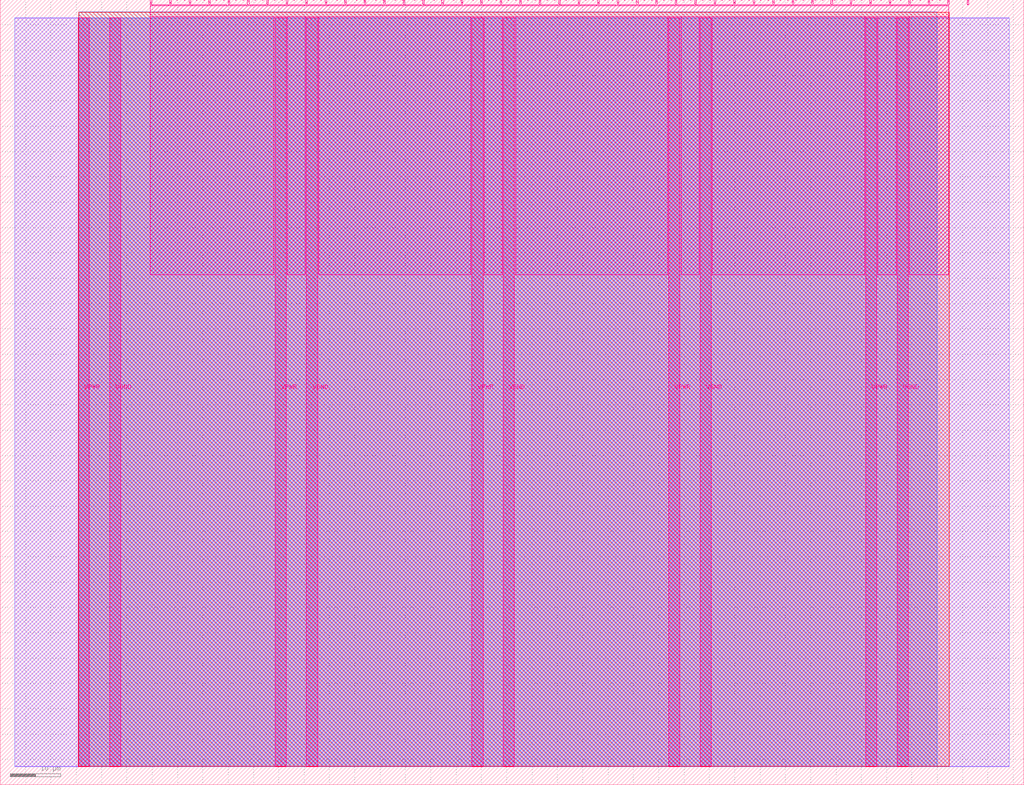
<source format=lef>
VERSION 5.7 ;
  NOWIREEXTENSIONATPIN ON ;
  DIVIDERCHAR "/" ;
  BUSBITCHARS "[]" ;
MACRO tt_um_lrc_stevej
  CLASS BLOCK ;
  FOREIGN tt_um_lrc_stevej ;
  ORIGIN 0.000 0.000 ;
  SIZE 202.080 BY 154.980 ;
  PIN VGND
    DIRECTION INOUT ;
    USE GROUND ;
    PORT
      LAYER Metal5 ;
        RECT 21.580 3.560 23.780 151.420 ;
    END
    PORT
      LAYER Metal5 ;
        RECT 60.450 3.560 62.650 151.420 ;
    END
    PORT
      LAYER Metal5 ;
        RECT 99.320 3.560 101.520 151.420 ;
    END
    PORT
      LAYER Metal5 ;
        RECT 138.190 3.560 140.390 151.420 ;
    END
    PORT
      LAYER Metal5 ;
        RECT 177.060 3.560 179.260 151.420 ;
    END
  END VGND
  PIN VPWR
    DIRECTION INOUT ;
    USE POWER ;
    PORT
      LAYER Metal5 ;
        RECT 15.380 3.560 17.580 151.420 ;
    END
    PORT
      LAYER Metal5 ;
        RECT 54.250 3.560 56.450 151.420 ;
    END
    PORT
      LAYER Metal5 ;
        RECT 93.120 3.560 95.320 151.420 ;
    END
    PORT
      LAYER Metal5 ;
        RECT 131.990 3.560 134.190 151.420 ;
    END
    PORT
      LAYER Metal5 ;
        RECT 170.860 3.560 173.060 151.420 ;
    END
  END VPWR
  PIN clk
    DIRECTION INPUT ;
    USE SIGNAL ;
    ANTENNAGATEAREA 0.213200 ;
    PORT
      LAYER Metal5 ;
        RECT 187.050 153.980 187.350 154.980 ;
    END
  END clk
  PIN ena
    DIRECTION INPUT ;
    USE SIGNAL ;
    PORT
      LAYER Metal5 ;
        RECT 190.890 153.980 191.190 154.980 ;
    END
  END ena
  PIN rst_n
    DIRECTION INPUT ;
    USE SIGNAL ;
    ANTENNAGATEAREA 0.180700 ;
    PORT
      LAYER Metal5 ;
        RECT 183.210 153.980 183.510 154.980 ;
    END
  END rst_n
  PIN ui_in[0]
    DIRECTION INPUT ;
    USE SIGNAL ;
    ANTENNAGATEAREA 0.213200 ;
    PORT
      LAYER Metal5 ;
        RECT 179.370 153.980 179.670 154.980 ;
    END
  END ui_in[0]
  PIN ui_in[1]
    DIRECTION INPUT ;
    USE SIGNAL ;
    ANTENNAGATEAREA 0.213200 ;
    PORT
      LAYER Metal5 ;
        RECT 175.530 153.980 175.830 154.980 ;
    END
  END ui_in[1]
  PIN ui_in[2]
    DIRECTION INPUT ;
    USE SIGNAL ;
    ANTENNAGATEAREA 0.213200 ;
    PORT
      LAYER Metal5 ;
        RECT 171.690 153.980 171.990 154.980 ;
    END
  END ui_in[2]
  PIN ui_in[3]
    DIRECTION INPUT ;
    USE SIGNAL ;
    ANTENNAGATEAREA 0.213200 ;
    PORT
      LAYER Metal5 ;
        RECT 167.850 153.980 168.150 154.980 ;
    END
  END ui_in[3]
  PIN ui_in[4]
    DIRECTION INPUT ;
    USE SIGNAL ;
    ANTENNAGATEAREA 0.213200 ;
    PORT
      LAYER Metal5 ;
        RECT 164.010 153.980 164.310 154.980 ;
    END
  END ui_in[4]
  PIN ui_in[5]
    DIRECTION INPUT ;
    USE SIGNAL ;
    ANTENNAGATEAREA 0.213200 ;
    PORT
      LAYER Metal5 ;
        RECT 160.170 153.980 160.470 154.980 ;
    END
  END ui_in[5]
  PIN ui_in[6]
    DIRECTION INPUT ;
    USE SIGNAL ;
    ANTENNAGATEAREA 0.213200 ;
    PORT
      LAYER Metal5 ;
        RECT 156.330 153.980 156.630 154.980 ;
    END
  END ui_in[6]
  PIN ui_in[7]
    DIRECTION INPUT ;
    USE SIGNAL ;
    ANTENNAGATEAREA 0.213200 ;
    PORT
      LAYER Metal5 ;
        RECT 152.490 153.980 152.790 154.980 ;
    END
  END ui_in[7]
  PIN uio_in[0]
    DIRECTION INPUT ;
    USE SIGNAL ;
    PORT
      LAYER Metal5 ;
        RECT 148.650 153.980 148.950 154.980 ;
    END
  END uio_in[0]
  PIN uio_in[1]
    DIRECTION INPUT ;
    USE SIGNAL ;
    PORT
      LAYER Metal5 ;
        RECT 144.810 153.980 145.110 154.980 ;
    END
  END uio_in[1]
  PIN uio_in[2]
    DIRECTION INPUT ;
    USE SIGNAL ;
    PORT
      LAYER Metal5 ;
        RECT 140.970 153.980 141.270 154.980 ;
    END
  END uio_in[2]
  PIN uio_in[3]
    DIRECTION INPUT ;
    USE SIGNAL ;
    PORT
      LAYER Metal5 ;
        RECT 137.130 153.980 137.430 154.980 ;
    END
  END uio_in[3]
  PIN uio_in[4]
    DIRECTION INPUT ;
    USE SIGNAL ;
    PORT
      LAYER Metal5 ;
        RECT 133.290 153.980 133.590 154.980 ;
    END
  END uio_in[4]
  PIN uio_in[5]
    DIRECTION INPUT ;
    USE SIGNAL ;
    PORT
      LAYER Metal5 ;
        RECT 129.450 153.980 129.750 154.980 ;
    END
  END uio_in[5]
  PIN uio_in[6]
    DIRECTION INPUT ;
    USE SIGNAL ;
    PORT
      LAYER Metal5 ;
        RECT 125.610 153.980 125.910 154.980 ;
    END
  END uio_in[6]
  PIN uio_in[7]
    DIRECTION INPUT ;
    USE SIGNAL ;
    PORT
      LAYER Metal5 ;
        RECT 121.770 153.980 122.070 154.980 ;
    END
  END uio_in[7]
  PIN uio_oe[0]
    DIRECTION OUTPUT ;
    USE SIGNAL ;
    ANTENNADIFFAREA 0.299200 ;
    PORT
      LAYER Metal5 ;
        RECT 56.490 153.980 56.790 154.980 ;
    END
  END uio_oe[0]
  PIN uio_oe[1]
    DIRECTION OUTPUT ;
    USE SIGNAL ;
    ANTENNADIFFAREA 0.299200 ;
    PORT
      LAYER Metal5 ;
        RECT 52.650 153.980 52.950 154.980 ;
    END
  END uio_oe[1]
  PIN uio_oe[2]
    DIRECTION OUTPUT ;
    USE SIGNAL ;
    ANTENNADIFFAREA 0.299200 ;
    PORT
      LAYER Metal5 ;
        RECT 48.810 153.980 49.110 154.980 ;
    END
  END uio_oe[2]
  PIN uio_oe[3]
    DIRECTION OUTPUT ;
    USE SIGNAL ;
    ANTENNADIFFAREA 0.299200 ;
    PORT
      LAYER Metal5 ;
        RECT 44.970 153.980 45.270 154.980 ;
    END
  END uio_oe[3]
  PIN uio_oe[4]
    DIRECTION OUTPUT ;
    USE SIGNAL ;
    ANTENNADIFFAREA 0.299200 ;
    PORT
      LAYER Metal5 ;
        RECT 41.130 153.980 41.430 154.980 ;
    END
  END uio_oe[4]
  PIN uio_oe[5]
    DIRECTION OUTPUT ;
    USE SIGNAL ;
    ANTENNADIFFAREA 0.299200 ;
    PORT
      LAYER Metal5 ;
        RECT 37.290 153.980 37.590 154.980 ;
    END
  END uio_oe[5]
  PIN uio_oe[6]
    DIRECTION OUTPUT ;
    USE SIGNAL ;
    ANTENNADIFFAREA 0.299200 ;
    PORT
      LAYER Metal5 ;
        RECT 33.450 153.980 33.750 154.980 ;
    END
  END uio_oe[6]
  PIN uio_oe[7]
    DIRECTION OUTPUT ;
    USE SIGNAL ;
    ANTENNADIFFAREA 0.299200 ;
    PORT
      LAYER Metal5 ;
        RECT 29.610 153.980 29.910 154.980 ;
    END
  END uio_oe[7]
  PIN uio_out[0]
    DIRECTION OUTPUT ;
    USE SIGNAL ;
    ANTENNADIFFAREA 0.299200 ;
    PORT
      LAYER Metal5 ;
        RECT 87.210 153.980 87.510 154.980 ;
    END
  END uio_out[0]
  PIN uio_out[1]
    DIRECTION OUTPUT ;
    USE SIGNAL ;
    ANTENNADIFFAREA 0.299200 ;
    PORT
      LAYER Metal5 ;
        RECT 83.370 153.980 83.670 154.980 ;
    END
  END uio_out[1]
  PIN uio_out[2]
    DIRECTION OUTPUT ;
    USE SIGNAL ;
    ANTENNADIFFAREA 0.299200 ;
    PORT
      LAYER Metal5 ;
        RECT 79.530 153.980 79.830 154.980 ;
    END
  END uio_out[2]
  PIN uio_out[3]
    DIRECTION OUTPUT ;
    USE SIGNAL ;
    ANTENNADIFFAREA 0.299200 ;
    PORT
      LAYER Metal5 ;
        RECT 75.690 153.980 75.990 154.980 ;
    END
  END uio_out[3]
  PIN uio_out[4]
    DIRECTION OUTPUT ;
    USE SIGNAL ;
    ANTENNADIFFAREA 0.299200 ;
    PORT
      LAYER Metal5 ;
        RECT 71.850 153.980 72.150 154.980 ;
    END
  END uio_out[4]
  PIN uio_out[5]
    DIRECTION OUTPUT ;
    USE SIGNAL ;
    ANTENNADIFFAREA 0.299200 ;
    PORT
      LAYER Metal5 ;
        RECT 68.010 153.980 68.310 154.980 ;
    END
  END uio_out[5]
  PIN uio_out[6]
    DIRECTION OUTPUT ;
    USE SIGNAL ;
    ANTENNADIFFAREA 0.299200 ;
    PORT
      LAYER Metal5 ;
        RECT 64.170 153.980 64.470 154.980 ;
    END
  END uio_out[6]
  PIN uio_out[7]
    DIRECTION OUTPUT ;
    USE SIGNAL ;
    ANTENNADIFFAREA 0.299200 ;
    PORT
      LAYER Metal5 ;
        RECT 60.330 153.980 60.630 154.980 ;
    END
  END uio_out[7]
  PIN uo_out[0]
    DIRECTION OUTPUT ;
    USE SIGNAL ;
    ANTENNAGATEAREA 0.351000 ;
    ANTENNADIFFAREA 0.632400 ;
    PORT
      LAYER Metal5 ;
        RECT 117.930 153.980 118.230 154.980 ;
    END
  END uo_out[0]
  PIN uo_out[1]
    DIRECTION OUTPUT ;
    USE SIGNAL ;
    ANTENNAGATEAREA 0.785200 ;
    ANTENNADIFFAREA 0.632400 ;
    PORT
      LAYER Metal5 ;
        RECT 114.090 153.980 114.390 154.980 ;
    END
  END uo_out[1]
  PIN uo_out[2]
    DIRECTION OUTPUT ;
    USE SIGNAL ;
    ANTENNAGATEAREA 0.785200 ;
    ANTENNADIFFAREA 0.632400 ;
    PORT
      LAYER Metal5 ;
        RECT 110.250 153.980 110.550 154.980 ;
    END
  END uo_out[2]
  PIN uo_out[3]
    DIRECTION OUTPUT ;
    USE SIGNAL ;
    ANTENNAGATEAREA 1.027000 ;
    ANTENNADIFFAREA 0.632400 ;
    PORT
      LAYER Metal5 ;
        RECT 106.410 153.980 106.710 154.980 ;
    END
  END uo_out[3]
  PIN uo_out[4]
    DIRECTION OUTPUT ;
    USE SIGNAL ;
    ANTENNAGATEAREA 0.785200 ;
    ANTENNADIFFAREA 0.632400 ;
    PORT
      LAYER Metal5 ;
        RECT 102.570 153.980 102.870 154.980 ;
    END
  END uo_out[4]
  PIN uo_out[5]
    DIRECTION OUTPUT ;
    USE SIGNAL ;
    ANTENNAGATEAREA 1.036100 ;
    ANTENNADIFFAREA 0.632400 ;
    PORT
      LAYER Metal5 ;
        RECT 98.730 153.980 99.030 154.980 ;
    END
  END uo_out[5]
  PIN uo_out[6]
    DIRECTION OUTPUT ;
    USE SIGNAL ;
    ANTENNAGATEAREA 0.744900 ;
    ANTENNADIFFAREA 0.632400 ;
    PORT
      LAYER Metal5 ;
        RECT 94.890 153.980 95.190 154.980 ;
    END
  END uo_out[6]
  PIN uo_out[7]
    DIRECTION OUTPUT ;
    USE SIGNAL ;
    ANTENNAGATEAREA 0.109200 ;
    ANTENNADIFFAREA 0.632400 ;
    PORT
      LAYER Metal5 ;
        RECT 91.050 153.980 91.350 154.980 ;
    END
  END uo_out[7]
  OBS
      LAYER GatPoly ;
        RECT 2.880 3.630 199.200 151.350 ;
      LAYER Metal1 ;
        RECT 2.880 3.560 199.200 151.420 ;
      LAYER Metal2 ;
        RECT 15.515 3.680 184.945 151.300 ;
      LAYER Metal3 ;
        RECT 15.560 3.635 184.900 152.605 ;
      LAYER Metal4 ;
        RECT 15.515 3.680 187.345 152.560 ;
      LAYER Metal5 ;
        RECT 30.120 153.770 33.240 153.980 ;
        RECT 33.960 153.770 37.080 153.980 ;
        RECT 37.800 153.770 40.920 153.980 ;
        RECT 41.640 153.770 44.760 153.980 ;
        RECT 45.480 153.770 48.600 153.980 ;
        RECT 49.320 153.770 52.440 153.980 ;
        RECT 53.160 153.770 56.280 153.980 ;
        RECT 57.000 153.770 60.120 153.980 ;
        RECT 60.840 153.770 63.960 153.980 ;
        RECT 64.680 153.770 67.800 153.980 ;
        RECT 68.520 153.770 71.640 153.980 ;
        RECT 72.360 153.770 75.480 153.980 ;
        RECT 76.200 153.770 79.320 153.980 ;
        RECT 80.040 153.770 83.160 153.980 ;
        RECT 83.880 153.770 87.000 153.980 ;
        RECT 87.720 153.770 90.840 153.980 ;
        RECT 91.560 153.770 94.680 153.980 ;
        RECT 95.400 153.770 98.520 153.980 ;
        RECT 99.240 153.770 102.360 153.980 ;
        RECT 103.080 153.770 106.200 153.980 ;
        RECT 106.920 153.770 110.040 153.980 ;
        RECT 110.760 153.770 113.880 153.980 ;
        RECT 114.600 153.770 117.720 153.980 ;
        RECT 118.440 153.770 121.560 153.980 ;
        RECT 122.280 153.770 125.400 153.980 ;
        RECT 126.120 153.770 129.240 153.980 ;
        RECT 129.960 153.770 133.080 153.980 ;
        RECT 133.800 153.770 136.920 153.980 ;
        RECT 137.640 153.770 140.760 153.980 ;
        RECT 141.480 153.770 144.600 153.980 ;
        RECT 145.320 153.770 148.440 153.980 ;
        RECT 149.160 153.770 152.280 153.980 ;
        RECT 153.000 153.770 156.120 153.980 ;
        RECT 156.840 153.770 159.960 153.980 ;
        RECT 160.680 153.770 163.800 153.980 ;
        RECT 164.520 153.770 167.640 153.980 ;
        RECT 168.360 153.770 171.480 153.980 ;
        RECT 172.200 153.770 175.320 153.980 ;
        RECT 176.040 153.770 179.160 153.980 ;
        RECT 179.880 153.770 183.000 153.980 ;
        RECT 183.720 153.770 186.840 153.980 ;
        RECT 29.660 151.630 187.300 153.770 ;
        RECT 29.660 100.655 54.040 151.630 ;
        RECT 56.660 100.655 60.240 151.630 ;
        RECT 62.860 100.655 92.910 151.630 ;
        RECT 95.530 100.655 99.110 151.630 ;
        RECT 101.730 100.655 131.780 151.630 ;
        RECT 134.400 100.655 137.980 151.630 ;
        RECT 140.600 100.655 170.650 151.630 ;
        RECT 173.270 100.655 176.850 151.630 ;
        RECT 179.470 100.655 187.300 151.630 ;
  END
END tt_um_lrc_stevej
END LIBRARY


</source>
